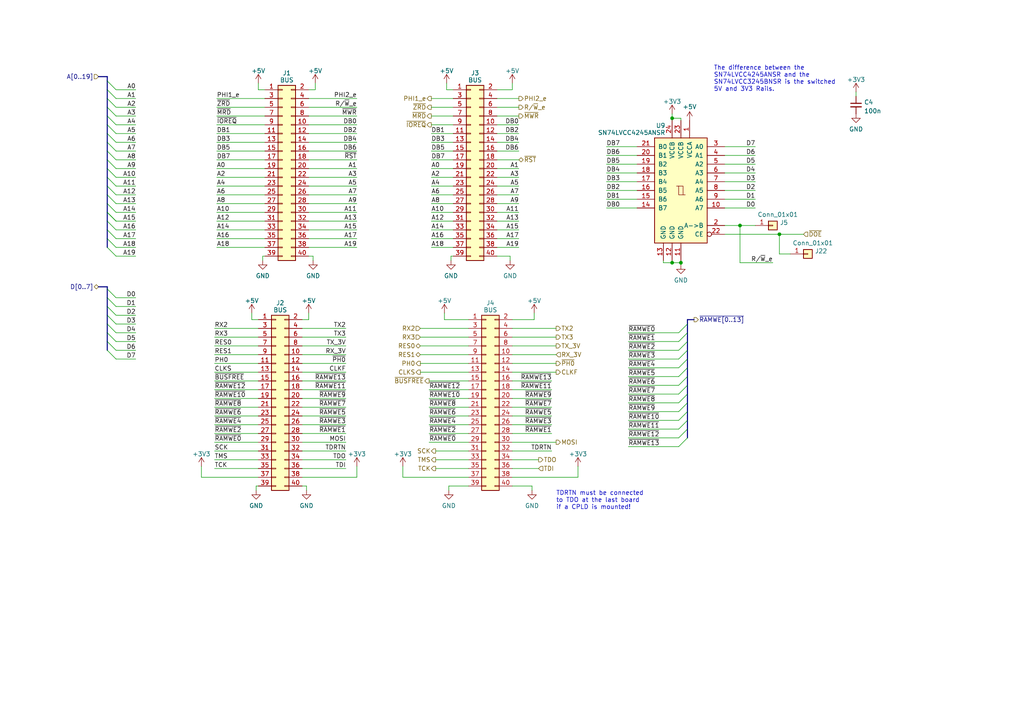
<source format=kicad_sch>
(kicad_sch (version 20230121) (generator eeschema)
  (paper "A4")
  (title_block (title "Unicomp v2 - empty Board") (date "2023-07-06") (rev "v1.1.") (company "100% Offner") (comment 1 "v1: Initial") (comment 2 "v1.1: ~{DOE} is now ~{CS_ACIA} and ~{CS_ACIA2}"))
  (lib_symbols
    (symbol "+5V_1" (power) (pin_names (offset 0))
      (property "Value" "+5V_1" (at 0 3.556 0))
      (symbol "+5V_1_0_1"
        (polyline (pts (xy -0.762 1.27) (xy 0 2.54)))
        (polyline (pts (xy 0 0) (xy 0 2.54)))
        (polyline (pts (xy 0 2.54) (xy 0.762 1.27)))
      )
      (symbol "+5V_1_1_1"
        (pin power_in line (at 0 0 90) (length 0) hide (name "+5V") (number "1"))
      )
    )
    (symbol "Connector_Generic:Conn_01x01" (pin_names (offset 1.016) hide)
      (property "Reference" "J" (at 0 2.54 0))
      (property "Value" "Conn_01x01" (at 0 -2.54 0))
      (symbol "Conn_01x01_1_1"
        (rectangle (start -1.27 0.127) (end 0 -0.127) (stroke (width 0.1524)))
        (rectangle (start -1.27 1.27) (end 1.27 -1.27) (stroke (width 0.254)) (fill (type background)))
        (pin passive line (at -5.08 0 0) (length 3.81) (name "Pin_1") (number "1"))
      )
    )
    (symbol "Connector_Generic:Conn_02x20_Odd_Even" (pin_names (offset 1.016) hide)
      (property "Reference" "J" (at 1.27 25.4 0))
      (property "Value" "Conn_02x20_Odd_Even" (at 1.27 -27.94 0))
      (symbol "Conn_02x20_Odd_Even_1_1"
        (rectangle (start -1.27 -25.273) (end 0 -25.527) (stroke (width 0.1524)))
        (rectangle (start -1.27 -22.733) (end 0 -22.987) (stroke (width 0.1524)))
        (rectangle (start -1.27 -20.193) (end 0 -20.447) (stroke (width 0.1524)))
        (rectangle (start -1.27 -17.653) (end 0 -17.907) (stroke (width 0.1524)))
        (rectangle (start -1.27 -15.113) (end 0 -15.367) (stroke (width 0.1524)))
        (rectangle (start -1.27 -12.573) (end 0 -12.827) (stroke (width 0.1524)))
        (rectangle (start -1.27 -10.033) (end 0 -10.287) (stroke (width 0.1524)))
        (rectangle (start -1.27 -7.493) (end 0 -7.747) (stroke (width 0.1524)))
        (rectangle (start -1.27 -4.953) (end 0 -5.207) (stroke (width 0.1524)))
        (rectangle (start -1.27 -2.413) (end 0 -2.667) (stroke (width 0.1524)))
        (rectangle (start -1.27 0.127) (end 0 -0.127) (stroke (width 0.1524)))
        (rectangle (start -1.27 2.667) (end 0 2.413) (stroke (width 0.1524)))
        (rectangle (start -1.27 5.207) (end 0 4.953) (stroke (width 0.1524)))
        (rectangle (start -1.27 7.747) (end 0 7.493) (stroke (width 0.1524)))
        (rectangle (start -1.27 10.287) (end 0 10.033) (stroke (width 0.1524)))
        (rectangle (start -1.27 12.827) (end 0 12.573) (stroke (width 0.1524)))
        (rectangle (start -1.27 15.367) (end 0 15.113) (stroke (width 0.1524)))
        (rectangle (start -1.27 17.907) (end 0 17.653) (stroke (width 0.1524)))
        (rectangle (start -1.27 20.447) (end 0 20.193) (stroke (width 0.1524)))
        (rectangle (start -1.27 22.987) (end 0 22.733) (stroke (width 0.1524)))
        (rectangle (start -1.27 24.13) (end 3.81 -26.67) (stroke (width 0.254)) (fill (type background)))
        (rectangle (start 3.81 -25.273) (end 2.54 -25.527) (stroke (width 0.1524)))
        (rectangle (start 3.81 -22.733) (end 2.54 -22.987) (stroke (width 0.1524)))
        (rectangle (start 3.81 -20.193) (end 2.54 -20.447) (stroke (width 0.1524)))
        (rectangle (start 3.81 -17.653) (end 2.54 -17.907) (stroke (width 0.1524)))
        (rectangle (start 3.81 -15.113) (end 2.54 -15.367) (stroke (width 0.1524)))
        (rectangle (start 3.81 -12.573) (end 2.54 -12.827) (stroke (width 0.1524)))
        (rectangle (start 3.81 -10.033) (end 2.54 -10.287) (stroke (width 0.1524)))
        (rectangle (start 3.81 -7.493) (end 2.54 -7.747) (stroke (width 0.1524)))
        (rectangle (start 3.81 -4.953) (end 2.54 -5.207) (stroke (width 0.1524)))
        (rectangle (start 3.81 -2.413) (end 2.54 -2.667) (stroke (width 0.1524)))
        (rectangle (start 3.81 0.127) (end 2.54 -0.127) (stroke (width 0.1524)))
        (rectangle (start 3.81 2.667) (end 2.54 2.413) (stroke (width 0.1524)))
        (rectangle (start 3.81 5.207) (end 2.54 4.953) (stroke (width 0.1524)))
        (rectangle (start 3.81 7.747) (end 2.54 7.493) (stroke (width 0.1524)))
        (rectangle (start 3.81 10.287) (end 2.54 10.033) (stroke (width 0.1524)))
        (rectangle (start 3.81 12.827) (end 2.54 12.573) (stroke (width 0.1524)))
        (rectangle (start 3.81 15.367) (end 2.54 15.113) (stroke (width 0.1524)))
        (rectangle (start 3.81 17.907) (end 2.54 17.653) (stroke (width 0.1524)))
        (rectangle (start 3.81 20.447) (end 2.54 20.193) (stroke (width 0.1524)))
        (rectangle (start 3.81 22.987) (end 2.54 22.733) (stroke (width 0.1524)))
        (pin passive line (at -5.08 22.86 0) (length 3.81) (name "Pin_1") (number "1"))
        (pin passive line (at 7.62 12.7 180) (length 3.81) (name "Pin_10") (number "10"))
        (pin passive line (at -5.08 10.16 0) (length 3.81) (name "Pin_11") (number "11"))
        (pin passive line (at 7.62 10.16 180) (length 3.81) (name "Pin_12") (number "12"))
        (pin passive line (at -5.08 7.62 0) (length 3.81) (name "Pin_13") (number "13"))
        (pin passive line (at 7.62 7.62 180) (length 3.81) (name "Pin_14") (number "14"))
        (pin passive line (at -5.08 5.08 0) (length 3.81) (name "Pin_15") (number "15"))
        (pin passive line (at 7.62 5.08 180) (length 3.81) (name "Pin_16") (number "16"))
        (pin passive line (at -5.08 2.54 0) (length 3.81) (name "Pin_17") (number "17"))
        (pin passive line (at 7.62 2.54 180) (length 3.81) (name "Pin_18") (number "18"))
        (pin passive line (at -5.08 0 0) (length 3.81) (name "Pin_19") (number "19"))
        (pin passive line (at 7.62 22.86 180) (length 3.81) (name "Pin_2") (number "2"))
        (pin passive line (at 7.62 0 180) (length 3.81) (name "Pin_20") (number "20"))
        (pin passive line (at -5.08 -2.54 0) (length 3.81) (name "Pin_21") (number "21"))
        (pin passive line (at 7.62 -2.54 180) (length 3.81) (name "Pin_22") (number "22"))
        (pin passive line (at -5.08 -5.08 0) (length 3.81) (name "Pin_23") (number "23"))
        (pin passive line (at 7.62 -5.08 180) (length 3.81) (name "Pin_24") (number "24"))
        (pin passive line (at -5.08 -7.62 0) (length 3.81) (name "Pin_25") (number "25"))
        (pin passive line (at 7.62 -7.62 180) (length 3.81) (name "Pin_26") (number "26"))
        (pin passive line (at -5.08 -10.16 0) (length 3.81) (name "Pin_27") (number "27"))
        (pin passive line (at 7.62 -10.16 180) (length 3.81) (name "Pin_28") (number "28"))
        (pin passive line (at -5.08 -12.7 0) (length 3.81) (name "Pin_29") (number "29"))
        (pin passive line (at -5.08 20.32 0) (length 3.81) (name "Pin_3") (number "3"))
        (pin passive line (at 7.62 -12.7 180) (length 3.81) (name "Pin_30") (number "30"))
        (pin passive line (at -5.08 -15.24 0) (length 3.81) (name "Pin_31") (number "31"))
        (pin passive line (at 7.62 -15.24 180) (length 3.81) (name "Pin_32") (number "32"))
        (pin passive line (at -5.08 -17.78 0) (length 3.81) (name "Pin_33") (number "33"))
        (pin passive line (at 7.62 -17.78 180) (length 3.81) (name "Pin_34") (number "34"))
        (pin passive line (at -5.08 -20.32 0) (length 3.81) (name "Pin_35") (number "35"))
        (pin passive line (at 7.62 -20.32 180) (length 3.81) (name "Pin_36") (number "36"))
        (pin passive line (at -5.08 -22.86 0) (length 3.81) (name "Pin_37") (number "37"))
        (pin passive line (at 7.62 -22.86 180) (length 3.81) (name "Pin_38") (number "38"))
        (pin passive line (at -5.08 -25.4 0) (length 3.81) (name "Pin_39") (number "39"))
        (pin passive line (at 7.62 20.32 180) (length 3.81) (name "Pin_4") (number "4"))
        (pin passive line (at 7.62 -25.4 180) (length 3.81) (name "Pin_40") (number "40"))
        (pin passive line (at -5.08 17.78 0) (length 3.81) (name "Pin_5") (number "5"))
        (pin passive line (at 7.62 17.78 180) (length 3.81) (name "Pin_6") (number "6"))
        (pin passive line (at -5.08 15.24 0) (length 3.81) (name "Pin_7") (number "7"))
        (pin passive line (at 7.62 15.24 180) (length 3.81) (name "Pin_8") (number "8"))
        (pin passive line (at -5.08 12.7 0) (length 3.81) (name "Pin_9") (number "9"))
      )
    )
    (symbol "Device:C_Small" (pin_numbers hide) (pin_names (offset 0.254) hide)
      (property "Reference" "C" (at 0.254 1.778 0))
      (property "Value" "C_Small" (at 0.254 -2.032 0))
      (symbol "C_Small_0_1"
        (polyline (pts (xy -1.524 -0.508) (xy 1.524 -0.508)) (stroke (width 0.3302)))
        (polyline (pts (xy -1.524 0.508) (xy 1.524 0.508)) (stroke (width 0.3048)))
      )
      (symbol "C_Small_1_1"
        (pin passive line (at 0 2.54 270) (length 2.032) (name "~") (number "1"))
        (pin passive line (at 0 -2.54 90) (length 2.032) (name "~") (number "2"))
      )
    )
    (symbol "my_ics_new:74LVC4245" (pin_names (offset 1.016))
      (property "Reference" "U" (at -7.62 19.05 0))
      (property "Value" "74LVC4245" (at -10.16 16.51 0))
      (symbol "74LVC4245_1_0"
        (polyline (pts (xy -0.635 -1.27) (xy -0.635 1.27) (xy 0.635 1.27)))
        (polyline (pts (xy -1.27 -1.27) (xy 0.635 -1.27) (xy 0.635 1.27) (xy 1.27 1.27)))
        (pin power_in line (at -2.54 20.32 270) (length 5.08) (name "VCCA") (number "1"))
        (pin tri_state line (at -12.7 -5.08 0) (length 5.08) (name "A7") (number "10"))
        (pin power_in line (at 0 -20.32 90) (length 5.08) (name "GND") (number "11"))
        (pin power_in line (at 2.54 -20.32 90) (length 5.08) (name "GND") (number "12"))
        (pin power_in line (at 5.08 -20.32 90) (length 5.08) (name "GND") (number "13"))
        (pin tri_state line (at 12.7 -5.08 180) (length 5.08) (name "B7") (number "14"))
        (pin tri_state line (at 12.7 -2.54 180) (length 5.08) (name "B6") (number "15"))
        (pin tri_state line (at 12.7 0 180) (length 5.08) (name "B5") (number "16"))
        (pin tri_state line (at 12.7 2.54 180) (length 5.08) (name "B4") (number "17"))
        (pin tri_state line (at 12.7 5.08 180) (length 5.08) (name "B3") (number "18"))
        (pin tri_state line (at 12.7 7.62 180) (length 5.08) (name "B2") (number "19"))
        (pin input line (at -12.7 -10.16 0) (length 5.08) (name "A->B") (number "2"))
        (pin tri_state line (at 12.7 10.16 180) (length 5.08) (name "B1") (number "20"))
        (pin tri_state line (at 12.7 12.7 180) (length 5.08) (name "B0") (number "21"))
        (pin input inverted (at -12.7 -12.7 0) (length 5.08) (name "CE") (number "22"))
        (pin power_in line (at 0 20.32 270) (length 5.08) (name "VCCB") (number "23"))
        (pin power_in line (at 2.54 20.32 270) (length 5.08) (name "VCCB") (number "24"))
        (pin tri_state line (at -12.7 12.7 0) (length 5.08) (name "A0") (number "3"))
        (pin tri_state line (at -12.7 10.16 0) (length 5.08) (name "A1") (number "4"))
        (pin tri_state line (at -12.7 7.62 0) (length 5.08) (name "A2") (number "5"))
        (pin tri_state line (at -12.7 5.08 0) (length 5.08) (name "A3") (number "6"))
        (pin tri_state line (at -12.7 2.54 0) (length 5.08) (name "A4") (number "7"))
        (pin tri_state line (at -12.7 0 0) (length 5.08) (name "A5") (number "8"))
        (pin tri_state line (at -12.7 -2.54 0) (length 5.08) (name "A6") (number "9"))
      )
      (symbol "74LVC4245_1_1"
        (rectangle (start -7.62 15.24) (end 7.62 -15.24) (stroke (width 0.254)) (fill (type background)))
      )
    )
    (symbol "power:+3V3" (power) (pin_names (offset 0))
      (property "Value" "+3V3" (at 0 3.556 0))
      (symbol "+3V3_0_1"
        (polyline (pts (xy -0.762 1.27) (xy 0 2.54)))
        (polyline (pts (xy 0 0) (xy 0 2.54)))
        (polyline (pts (xy 0 2.54) (xy 0.762 1.27)))
      )
      (symbol "+3V3_1_1"
        (pin power_in line (at 0 0 90) (length 0) hide (name "+3V3") (number "1"))
      )
    )
    (symbol "power:+5V" (power) (pin_names (offset 0))
      (property "Value" "+5V" (at 0 3.556 0))
      (symbol "+5V_0_1"
        (polyline (pts (xy -0.762 1.27) (xy 0 2.54)))
        (polyline (pts (xy 0 0) (xy 0 2.54)))
        (polyline (pts (xy 0 2.54) (xy 0.762 1.27)))
      )
      (symbol "+5V_1_1"
        (pin power_in line (at 0 0 90) (length 0) hide (name "+5V") (number "1"))
      )
    )
    (symbol "power:GND" (power) (pin_names (offset 0))
      (property "Value" "GND" (at 0 -3.81 0))
      (symbol "GND_0_1"
        (polyline (pts (xy 0 0) (xy 0 -1.27) (xy 1.27 -1.27) (xy 0 -2.54) (xy -1.27 -1.27) (xy 0 -1.27)))
      )
      (symbol "GND_1_1"
        (pin power_in line (at 0 0 270) (length 0) hide (name "GND") (number "1"))
      )
    )
  )
  (junction (at 194.945 34.29))
  (junction (at 197.485 76.2))
  (junction (at 194.945 76.2))
  (junction (at 214.63 65.405))
  (junction (at 226.06 67.945))
  (bus_entry (at 199.39 114.3) (size -2.54 2.54))
  (bus_entry (at 31.115 56.515) (size 2.54 2.54))
  (bus_entry (at 31.115 48.895) (size 2.54 2.54))
  (bus_entry (at 31.115 33.655) (size 2.54 2.54))
  (bus_entry (at 199.39 106.68) (size -2.54 2.54))
  (bus_entry (at 199.39 104.14) (size -2.54 2.54))
  (bus_entry (at 199.39 99.06) (size -2.54 2.54))
  (bus_entry (at 31.115 61.595) (size 2.54 2.54))
  (bus_entry (at 31.115 71.755) (size 2.54 2.54))
  (bus_entry (at 31.115 91.44) (size 2.54 2.54))
  (bus_entry (at 31.115 83.82) (size 2.54 2.54))
  (bus_entry (at 31.115 99.06) (size 2.54 2.54))
  (bus_entry (at 199.39 127) (size -2.54 2.54))
  (bus_entry (at 31.115 36.195) (size 2.54 2.54))
  (bus_entry (at 31.115 23.495) (size 2.54 2.54))
  (bus_entry (at 31.115 66.675) (size 2.54 2.54))
  (bus_entry (at 31.115 53.975) (size 2.54 2.54))
  (bus_entry (at 199.39 101.6) (size -2.54 2.54))
  (bus_entry (at 31.115 43.815) (size 2.54 2.54))
  (bus_entry (at 31.115 86.36) (size 2.54 2.54))
  (bus_entry (at 31.115 41.275) (size 2.54 2.54))
  (bus_entry (at 31.115 46.355) (size 2.54 2.54))
  (bus_entry (at 31.115 38.735) (size 2.54 2.54))
  (bus_entry (at 199.39 93.98) (size -2.54 2.54))
  (bus_entry (at 31.115 31.115) (size 2.54 2.54))
  (bus_entry (at 31.115 28.575) (size 2.54 2.54))
  (bus_entry (at 199.39 116.84) (size -2.54 2.54))
  (bus_entry (at 199.39 111.76) (size -2.54 2.54))
  (bus_entry (at 199.39 109.22) (size -2.54 2.54))
  (bus_entry (at 199.39 119.38) (size -2.54 2.54))
  (bus_entry (at 31.115 96.52) (size 2.54 2.54))
  (bus_entry (at 31.115 26.035) (size 2.54 2.54))
  (bus_entry (at 31.115 88.9) (size 2.54 2.54))
  (bus_entry (at 199.39 96.52) (size -2.54 2.54))
  (bus_entry (at 31.115 51.435) (size 2.54 2.54))
  (bus_entry (at 31.115 61.595) (size 2.54 2.54))
  (bus_entry (at 31.115 69.215) (size 2.54 2.54))
  (bus_entry (at 199.39 124.46) (size -2.54 2.54))
  (bus_entry (at 31.115 59.055) (size 2.54 2.54))
  (bus_entry (at 199.39 121.92) (size -2.54 2.54))
  (bus_entry (at 31.115 93.98) (size 2.54 2.54))
  (bus_entry (at 31.115 64.135) (size 2.54 2.54))
  (bus_entry (at 31.115 101.6) (size 2.54 2.54))
  (wire (pts (xy 182.245 99.06) (xy 196.85 99.06)))
  (wire (pts (xy 76.2 75.565) (xy 76.2 74.295)))
  (bus (pts (xy 199.39 124.46) (xy 199.39 127)))
  (wire (pts (xy 144.145 59.055) (xy 150.495 59.055)))
  (wire (pts (xy 39.37 91.44) (xy 33.655 91.44)))
  (wire (pts (xy 194.945 34.29) (xy 194.945 34.925)))
  (wire (pts (xy 197.485 76.835) (xy 197.485 76.2)))
  (wire (pts (xy 87.63 120.65) (xy 100.33 120.65)))
  (wire (pts (xy 121.92 105.41) (xy 135.89 105.41)))
  (bus (pts (xy 31.115 91.44) (xy 31.115 88.9)))
  (bus (pts (xy 31.115 31.115) (xy 31.115 28.575)))
  (wire (pts (xy 124.46 125.73) (xy 135.89 125.73)))
  (wire (pts (xy 121.92 97.79) (xy 135.89 97.79)))
  (wire (pts (xy 62.865 51.435) (xy 76.835 51.435)))
  (wire (pts (xy 148.59 130.81) (xy 160.02 130.81)))
  (wire (pts (xy 73.025 90.805) (xy 73.025 92.71)))
  (wire (pts (xy 62.23 123.19) (xy 74.93 123.19)))
  (wire (pts (xy 39.37 104.14) (xy 33.655 104.14)))
  (wire (pts (xy 226.06 67.945) (xy 210.185 67.945)))
  (wire (pts (xy 125.095 33.655) (xy 131.445 33.655)))
  (wire (pts (xy 124.46 113.03) (xy 135.89 113.03)))
  (wire (pts (xy 62.865 48.895) (xy 76.835 48.895)))
  (wire (pts (xy 74.295 140.97) (xy 74.93 140.97)))
  (wire (pts (xy 194.945 76.2) (xy 192.405 76.2)))
  (wire (pts (xy 144.145 33.655) (xy 150.495 33.655)))
  (wire (pts (xy 116.84 138.43) (xy 135.89 138.43)))
  (wire (pts (xy 62.23 115.57) (xy 74.93 115.57)))
  (bus (pts (xy 199.39 111.76) (xy 199.39 114.3)))
  (wire (pts (xy 90.805 74.295) (xy 89.535 74.295)))
  (wire (pts (xy 62.865 38.735) (xy 76.835 38.735)))
  (wire (pts (xy 219.075 47.625) (xy 210.185 47.625)))
  (wire (pts (xy 182.245 109.22) (xy 196.85 109.22)))
  (wire (pts (xy 87.63 105.41) (xy 100.33 105.41)))
  (wire (pts (xy 124.46 118.11) (xy 135.89 118.11)))
  (bus (pts (xy 199.39 121.92) (xy 199.39 124.46)))
  (wire (pts (xy 148.59 105.41) (xy 161.29 105.41)))
  (wire (pts (xy 39.37 69.215) (xy 33.655 69.215)))
  (wire (pts (xy 125.095 43.815) (xy 131.445 43.815)))
  (wire (pts (xy 89.535 56.515) (xy 103.505 56.515)))
  (wire (pts (xy 130.175 142.24) (xy 130.175 140.97)))
  (wire (pts (xy 124.46 123.19) (xy 135.89 123.19)))
  (wire (pts (xy 126.365 130.81) (xy 135.89 130.81)))
  (wire (pts (xy 62.865 43.815) (xy 76.835 43.815)))
  (wire (pts (xy 144.145 48.895) (xy 150.495 48.895)))
  (wire (pts (xy 233.045 67.945) (xy 226.06 67.945)))
  (wire (pts (xy 144.145 31.115) (xy 150.495 31.115)))
  (wire (pts (xy 130.81 74.295) (xy 131.445 74.295)))
  (wire (pts (xy 124.46 110.49) (xy 135.89 110.49)))
  (wire (pts (xy 182.245 106.68) (xy 196.85 106.68)))
  (wire (pts (xy 125.095 71.755) (xy 131.445 71.755)))
  (wire (pts (xy 182.245 129.54) (xy 196.85 129.54)))
  (wire (pts (xy 148.59 125.73) (xy 160.02 125.73)))
  (wire (pts (xy 182.245 111.76) (xy 196.85 111.76)))
  (wire (pts (xy 87.63 128.27) (xy 100.33 128.27)))
  (wire (pts (xy 148.59 95.25) (xy 161.29 95.25)))
  (wire (pts (xy 144.145 28.575) (xy 150.495 28.575)))
  (bus (pts (xy 31.115 99.06) (xy 31.115 96.52)))
  (wire (pts (xy 89.535 48.895) (xy 103.505 48.895)))
  (wire (pts (xy 182.245 114.3) (xy 196.85 114.3)))
  (wire (pts (xy 147.955 74.295) (xy 144.145 74.295)))
  (bus (pts (xy 31.115 88.9) (xy 31.115 86.36)))
  (wire (pts (xy 125.095 69.215) (xy 131.445 69.215)))
  (wire (pts (xy 125.095 36.195) (xy 131.445 36.195)))
  (bus (pts (xy 199.39 104.14) (xy 199.39 106.68)))
  (wire (pts (xy 148.59 118.11) (xy 160.02 118.11)))
  (wire (pts (xy 39.37 36.195) (xy 33.655 36.195)))
  (wire (pts (xy 125.095 51.435) (xy 131.445 51.435)))
  (wire (pts (xy 197.485 76.2) (xy 197.485 75.565)))
  (wire (pts (xy 154.305 142.24) (xy 154.305 140.97)))
  (wire (pts (xy 39.37 56.515) (xy 33.655 56.515)))
  (wire (pts (xy 62.865 46.355) (xy 76.835 46.355)))
  (wire (pts (xy 182.245 124.46) (xy 196.85 124.46)))
  (bus (pts (xy 31.115 64.135) (xy 31.115 61.595)))
  (wire (pts (xy 39.37 61.595) (xy 33.655 61.595)))
  (wire (pts (xy 89.535 71.755) (xy 103.505 71.755)))
  (wire (pts (xy 89.535 92.71) (xy 87.63 92.71)))
  (wire (pts (xy 39.37 51.435) (xy 33.655 51.435)))
  (wire (pts (xy 144.145 61.595) (xy 150.495 61.595)))
  (wire (pts (xy 39.37 48.895) (xy 33.655 48.895)))
  (bus (pts (xy 31.115 43.815) (xy 31.115 41.275)))
  (wire (pts (xy 87.63 110.49) (xy 100.33 110.49)))
  (wire (pts (xy 144.145 69.215) (xy 150.495 69.215)))
  (wire (pts (xy 147.955 75.565) (xy 147.955 74.295)))
  (bus (pts (xy 31.115 86.36) (xy 31.115 83.82)))
  (wire (pts (xy 39.37 88.9) (xy 33.655 88.9)))
  (wire (pts (xy 87.63 102.87) (xy 100.33 102.87)))
  (wire (pts (xy 219.075 45.085) (xy 210.185 45.085)))
  (wire (pts (xy 128.905 90.805) (xy 128.905 92.71)))
  (wire (pts (xy 184.785 45.085) (xy 175.895 45.085)))
  (bus (pts (xy 31.115 69.215) (xy 31.115 66.675)))
  (wire (pts (xy 39.37 46.355) (xy 33.655 46.355)))
  (wire (pts (xy 39.37 96.52) (xy 33.655 96.52)))
  (wire (pts (xy 39.37 38.735) (xy 33.655 38.735)))
  (wire (pts (xy 148.59 97.79) (xy 161.29 97.79)))
  (wire (pts (xy 39.37 33.655) (xy 33.655 33.655)))
  (wire (pts (xy 148.59 135.89) (xy 156.21 135.89)))
  (bus (pts (xy 199.39 119.38) (xy 199.39 121.92)))
  (wire (pts (xy 219.075 57.785) (xy 210.185 57.785)))
  (wire (pts (xy 197.485 34.29) (xy 194.945 34.29)))
  (wire (pts (xy 62.23 95.25) (xy 74.93 95.25)))
  (wire (pts (xy 121.92 100.33) (xy 135.89 100.33)))
  (bus (pts (xy 31.115 38.735) (xy 31.115 36.195)))
  (wire (pts (xy 91.44 26.035) (xy 89.535 26.035)))
  (wire (pts (xy 87.63 135.89) (xy 100.33 135.89)))
  (wire (pts (xy 148.59 113.03) (xy 160.02 113.03)))
  (wire (pts (xy 62.23 135.89) (xy 74.93 135.89)))
  (wire (pts (xy 184.785 57.785) (xy 175.895 57.785)))
  (bus (pts (xy 199.39 114.3) (xy 199.39 116.84)))
  (wire (pts (xy 125.095 28.575) (xy 131.445 28.575)))
  (bus (pts (xy 31.115 93.98) (xy 31.115 91.44)))
  (wire (pts (xy 39.37 43.815) (xy 33.655 43.815)))
  (wire (pts (xy 88.9 140.97) (xy 87.63 140.97)))
  (wire (pts (xy 125.095 48.895) (xy 131.445 48.895)))
  (wire (pts (xy 226.06 73.66) (xy 226.06 67.945)))
  (wire (pts (xy 144.145 41.275) (xy 150.495 41.275)))
  (wire (pts (xy 144.145 51.435) (xy 150.495 51.435)))
  (wire (pts (xy 126.365 133.35) (xy 135.89 133.35)))
  (wire (pts (xy 125.095 66.675) (xy 131.445 66.675)))
  (wire (pts (xy 62.865 66.675) (xy 76.835 66.675)))
  (wire (pts (xy 144.145 64.135) (xy 150.495 64.135)))
  (wire (pts (xy 90.805 75.565) (xy 90.805 74.295)))
  (wire (pts (xy 87.63 123.19) (xy 100.33 123.19)))
  (wire (pts (xy 124.46 115.57) (xy 135.89 115.57)))
  (bus (pts (xy 31.115 51.435) (xy 31.115 48.895)))
  (wire (pts (xy 148.59 133.35) (xy 156.21 133.35)))
  (wire (pts (xy 62.23 125.73) (xy 74.93 125.73)))
  (wire (pts (xy 125.095 41.275) (xy 131.445 41.275)))
  (bus (pts (xy 31.115 53.975) (xy 31.115 51.435)))
  (wire (pts (xy 125.095 59.055) (xy 131.445 59.055)))
  (wire (pts (xy 39.37 64.135) (xy 33.655 64.135)))
  (bus (pts (xy 199.39 93.98) (xy 199.39 96.52)))
  (wire (pts (xy 182.245 116.84) (xy 196.85 116.84)))
  (bus (pts (xy 31.115 71.755) (xy 31.115 69.215)))
  (wire (pts (xy 89.535 61.595) (xy 103.505 61.595)))
  (wire (pts (xy 167.64 135.255) (xy 167.64 138.43)))
  (bus (pts (xy 31.115 48.895) (xy 31.115 46.355)))
  (wire (pts (xy 62.865 59.055) (xy 76.835 59.055)))
  (wire (pts (xy 39.37 99.06) (xy 33.655 99.06)))
  (wire (pts (xy 125.095 56.515) (xy 131.445 56.515)))
  (bus (pts (xy 31.115 28.575) (xy 31.115 26.035)))
  (wire (pts (xy 148.59 123.19) (xy 160.02 123.19)))
  (wire (pts (xy 121.92 107.95) (xy 135.89 107.95)))
  (wire (pts (xy 148.59 26.035) (xy 144.145 26.035)))
  (wire (pts (xy 62.23 97.79) (xy 74.93 97.79)))
  (wire (pts (xy 39.37 86.36) (xy 33.655 86.36)))
  (bus (pts (xy 31.115 83.185) (xy 28.575 83.185)))
  (wire (pts (xy 148.59 107.95) (xy 161.29 107.95)))
  (wire (pts (xy 62.865 64.135) (xy 76.835 64.135)))
  (wire (pts (xy 62.23 130.81) (xy 74.93 130.81)))
  (wire (pts (xy 89.535 51.435) (xy 103.505 51.435)))
  (wire (pts (xy 62.865 41.275) (xy 76.835 41.275)))
  (wire (pts (xy 219.075 42.545) (xy 210.185 42.545)))
  (wire (pts (xy 73.025 92.71) (xy 74.93 92.71)))
  (wire (pts (xy 89.535 59.055) (xy 103.505 59.055)))
  (wire (pts (xy 197.485 76.2) (xy 194.945 76.2)))
  (wire (pts (xy 89.535 46.355) (xy 103.505 46.355)))
  (wire (pts (xy 128.905 92.71) (xy 135.89 92.71)))
  (wire (pts (xy 148.59 100.33) (xy 161.29 100.33)))
  (bus (pts (xy 199.39 99.06) (xy 199.39 101.6)))
  (wire (pts (xy 129.54 24.13) (xy 129.54 26.035)))
  (bus (pts (xy 201.295 92.71) (xy 199.39 92.71)))
  (wire (pts (xy 39.37 74.295) (xy 33.655 74.295)))
  (wire (pts (xy 89.535 38.735) (xy 103.505 38.735)))
  (wire (pts (xy 184.785 60.325) (xy 175.895 60.325)))
  (wire (pts (xy 124.46 128.27) (xy 135.89 128.27)))
  (wire (pts (xy 89.535 41.275) (xy 103.505 41.275)))
  (wire (pts (xy 62.23 133.35) (xy 74.93 133.35)))
  (wire (pts (xy 62.23 128.27) (xy 74.93 128.27)))
  (wire (pts (xy 182.245 119.38) (xy 196.85 119.38)))
  (wire (pts (xy 58.42 138.43) (xy 74.93 138.43)))
  (wire (pts (xy 184.785 55.245) (xy 175.895 55.245)))
  (wire (pts (xy 182.245 101.6) (xy 196.85 101.6)))
  (wire (pts (xy 62.23 110.49) (xy 74.93 110.49)))
  (wire (pts (xy 219.075 65.405) (xy 214.63 65.405)))
  (bus (pts (xy 31.115 56.515) (xy 31.115 53.975)))
  (wire (pts (xy 192.405 76.2) (xy 192.405 75.565)))
  (wire (pts (xy 39.37 31.115) (xy 33.655 31.115)))
  (bus (pts (xy 199.39 109.22) (xy 199.39 111.76)))
  (wire (pts (xy 184.785 50.165) (xy 175.895 50.165)))
  (wire (pts (xy 148.59 120.65) (xy 160.02 120.65)))
  (wire (pts (xy 125.095 38.735) (xy 131.445 38.735)))
  (wire (pts (xy 74.93 26.035) (xy 76.835 26.035)))
  (wire (pts (xy 74.295 142.24) (xy 74.295 140.97)))
  (wire (pts (xy 124.46 120.65) (xy 135.89 120.65)))
  (wire (pts (xy 214.63 65.405) (xy 210.185 65.405)))
  (wire (pts (xy 89.535 36.195) (xy 103.505 36.195)))
  (bus (pts (xy 31.115 46.355) (xy 31.115 43.815)))
  (wire (pts (xy 89.535 31.115) (xy 103.505 31.115)))
  (bus (pts (xy 199.39 101.6) (xy 199.39 104.14)))
  (wire (pts (xy 184.785 52.705) (xy 175.895 52.705)))
  (wire (pts (xy 87.63 130.81) (xy 100.33 130.81)))
  (wire (pts (xy 144.145 38.735) (xy 150.495 38.735)))
  (wire (pts (xy 184.785 47.625) (xy 175.895 47.625)))
  (wire (pts (xy 144.145 66.675) (xy 150.495 66.675)))
  (wire (pts (xy 89.535 90.805) (xy 89.535 92.71)))
  (wire (pts (xy 214.63 76.2) (xy 214.63 65.405)))
  (wire (pts (xy 130.175 140.97) (xy 135.89 140.97)))
  (wire (pts (xy 182.245 121.92) (xy 196.85 121.92)))
  (wire (pts (xy 219.075 60.325) (xy 210.185 60.325)))
  (wire (pts (xy 148.59 138.43) (xy 167.64 138.43)))
  (wire (pts (xy 148.59 115.57) (xy 160.02 115.57)))
  (wire (pts (xy 144.145 56.515) (xy 150.495 56.515)))
  (wire (pts (xy 87.63 138.43) (xy 103.505 138.43)))
  (wire (pts (xy 62.865 71.755) (xy 76.835 71.755)))
  (bus (pts (xy 199.39 92.71) (xy 199.39 93.98)))
  (wire (pts (xy 197.485 34.925) (xy 197.485 34.29)))
  (wire (pts (xy 76.2 74.295) (xy 76.835 74.295)))
  (wire (pts (xy 87.63 115.57) (xy 100.33 115.57)))
  (wire (pts (xy 62.23 105.41) (xy 74.93 105.41)))
  (wire (pts (xy 194.945 33.02) (xy 194.945 34.29)))
  (wire (pts (xy 182.245 104.14) (xy 196.85 104.14)))
  (wire (pts (xy 62.865 56.515) (xy 76.835 56.515)))
  (wire (pts (xy 229.235 73.66) (xy 226.06 73.66)))
  (wire (pts (xy 88.9 142.24) (xy 88.9 140.97)))
  (wire (pts (xy 62.23 102.87) (xy 74.93 102.87)))
  (wire (pts (xy 148.59 110.49) (xy 160.02 110.49)))
  (wire (pts (xy 148.59 102.87) (xy 161.29 102.87)))
  (wire (pts (xy 154.94 90.805) (xy 154.94 92.71)))
  (wire (pts (xy 62.23 118.11) (xy 74.93 118.11)))
  (wire (pts (xy 39.37 59.055) (xy 33.655 59.055)))
  (wire (pts (xy 219.075 52.705) (xy 210.185 52.705)))
  (bus (pts (xy 199.39 116.84) (xy 199.39 119.38)))
  (wire (pts (xy 184.785 42.545) (xy 175.895 42.545)))
  (wire (pts (xy 91.44 24.13) (xy 91.44 26.035)))
  (wire (pts (xy 87.63 118.11) (xy 100.33 118.11)))
  (wire (pts (xy 144.145 43.815) (xy 150.495 43.815)))
  (wire (pts (xy 89.535 33.655) (xy 103.505 33.655)))
  (wire (pts (xy 144.145 71.755) (xy 150.495 71.755)))
  (wire (pts (xy 62.23 100.33) (xy 74.93 100.33)))
  (wire (pts (xy 121.92 102.87) (xy 135.89 102.87)))
  (wire (pts (xy 39.37 93.98) (xy 33.655 93.98)))
  (wire (pts (xy 62.865 36.195) (xy 76.835 36.195)))
  (wire (pts (xy 103.505 135.255) (xy 103.505 138.43)))
  (wire (pts (xy 39.37 101.6) (xy 33.655 101.6)))
  (bus (pts (xy 31.115 36.195) (xy 31.115 33.655)))
  (wire (pts (xy 87.63 100.33) (xy 100.33 100.33)))
  (wire (pts (xy 144.145 53.975) (xy 150.495 53.975)))
  (wire (pts (xy 182.245 127) (xy 196.85 127)))
  (wire (pts (xy 39.37 41.275) (xy 33.655 41.275)))
  (wire (pts (xy 39.37 28.575) (xy 33.655 28.575)))
  (wire (pts (xy 87.63 107.95) (xy 100.33 107.95)))
  (wire (pts (xy 87.63 95.25) (xy 100.33 95.25)))
  (wire (pts (xy 62.23 120.65) (xy 74.93 120.65)))
  (wire (pts (xy 89.535 66.675) (xy 103.505 66.675)))
  (wire (pts (xy 219.075 55.245) (xy 210.185 55.245)))
  (wire (pts (xy 129.54 26.035) (xy 131.445 26.035)))
  (wire (pts (xy 121.92 95.25) (xy 135.89 95.25)))
  (wire (pts (xy 125.095 53.975) (xy 131.445 53.975)))
  (wire (pts (xy 126.365 135.89) (xy 135.89 135.89)))
  (wire (pts (xy 74.93 24.13) (xy 74.93 26.035)))
  (bus (pts (xy 31.115 59.055) (xy 31.115 56.515)))
  (wire (pts (xy 125.095 64.135) (xy 131.445 64.135)))
  (wire (pts (xy 62.865 69.215) (xy 76.835 69.215)))
  (wire (pts (xy 87.63 125.73) (xy 100.33 125.73)))
  (wire (pts (xy 224.155 76.2) (xy 214.63 76.2)))
  (bus (pts (xy 31.115 41.275) (xy 31.115 38.735)))
  (wire (pts (xy 194.945 76.2) (xy 194.945 75.565)))
  (bus (pts (xy 31.115 26.035) (xy 31.115 23.495)))
  (bus (pts (xy 199.39 96.52) (xy 199.39 99.06)))
  (wire (pts (xy 154.305 140.97) (xy 148.59 140.97)))
  (bus (pts (xy 31.115 61.595) (xy 31.115 59.055)))
  (wire (pts (xy 39.37 71.755) (xy 33.655 71.755)))
  (wire (pts (xy 62.865 28.575) (xy 76.835 28.575)))
  (wire (pts (xy 39.37 66.675) (xy 33.655 66.675)))
  (bus (pts (xy 31.115 23.495) (xy 31.115 22.225)))
  (wire (pts (xy 58.42 135.255) (xy 58.42 138.43)))
  (wire (pts (xy 62.23 107.95) (xy 74.93 107.95)))
  (wire (pts (xy 182.245 96.52) (xy 196.85 96.52)))
  (wire (pts (xy 62.865 53.975) (xy 76.835 53.975)))
  (wire (pts (xy 62.865 33.655) (xy 76.835 33.655)))
  (bus (pts (xy 31.115 96.52) (xy 31.115 93.98)))
  (wire (pts (xy 62.865 31.115) (xy 76.835 31.115)))
  (wire (pts (xy 248.285 26.67) (xy 248.285 27.94)))
  (wire (pts (xy 39.37 26.035) (xy 33.655 26.035)))
  (bus (pts (xy 31.115 83.82) (xy 31.115 83.185)))
  (wire (pts (xy 125.095 31.115) (xy 131.445 31.115)))
  (wire (pts (xy 89.535 53.975) (xy 103.505 53.975)))
  (wire (pts (xy 125.095 61.595) (xy 131.445 61.595)))
  (wire (pts (xy 144.145 36.195) (xy 150.495 36.195)))
  (bus (pts (xy 31.115 101.6) (xy 31.115 99.06)))
  (wire (pts (xy 89.535 64.135) (xy 103.505 64.135)))
  (wire (pts (xy 154.94 92.71) (xy 148.59 92.71)))
  (wire (pts (xy 87.63 133.35) (xy 100.33 133.35)))
  (wire (pts (xy 130.81 75.565) (xy 130.81 74.295)))
  (wire (pts (xy 148.59 128.27) (xy 161.29 128.27)))
  (bus (pts (xy 31.115 66.675) (xy 31.115 64.135)))
  (wire (pts (xy 62.23 113.03) (xy 74.93 113.03)))
  (wire (pts (xy 148.59 24.13) (xy 148.59 26.035)))
  (wire (pts (xy 89.535 28.575) (xy 103.505 28.575)))
  (wire (pts (xy 219.075 50.165) (xy 210.185 50.165)))
  (wire (pts (xy 87.63 97.79) (xy 100.33 97.79)))
  (wire (pts (xy 144.145 46.355) (xy 150.495 46.355)))
  (bus (pts (xy 31.115 22.225) (xy 28.575 22.225)))
  (wire (pts (xy 87.63 113.03) (xy 100.33 113.03)))
  (wire (pts (xy 116.84 135.255) (xy 116.84 138.43)))
  (wire (pts (xy 89.535 69.215) (xy 103.505 69.215)))
  (wire (pts (xy 62.865 61.595) (xy 76.835 61.595)))
  (bus (pts (xy 199.39 106.68) (xy 199.39 109.22)))
  (wire (pts (xy 39.37 53.975) (xy 33.655 53.975)))
  (wire (pts (xy 125.095 46.355) (xy 131.445 46.355)))
  (wire (pts (xy 89.535 43.815) (xy 103.505 43.815)))
  (bus (pts (xy 31.115 33.655) (xy 31.115 31.115)))
  (text "TDRTN must be connected \nto TDO at the last board\nif a CPLD is mounted!" (at 161.29 147.955 0) (effects (font (size 1.27 1.27)) (justify left bottom)))
  (text "The difference between the \nSN74LVCC4245ANSR and the\nSN74LVCC3245BNSR is the switched\n5V and 3V3 Rails." (at 207.01 26.67 0) (effects (font (size 1.27 1.27)) (justify left bottom)))
  (label "~{RAMWE5}" (at 160.02 120.65 180))
  (label "DB0" (at 175.895 60.325 0))
  (label "TDRTN" (at 160.02 130.81 180))
  (label "D0" (at 219.075 60.325 180))
  (label "DB7" (at 62.865 46.355 0))
  (label "DB5" (at 125.095 43.815 0))
  (label "DB4" (at 175.895 50.165 0))
  (label "~{BUSFREE}" (at 62.23 110.49 0))
  (label "A0" (at 39.37 26.035 180))
  (label "~{RAMWE10}" (at 182.245 121.92 0))
  (label "A17" (at 39.37 69.215 180))
  (label "A15" (at 150.495 66.675 180))
  (label "~{RAMWE9}" (at 182.245 119.38 0))
  (label "DB4" (at 103.505 41.275 180))
  (label "A16" (at 62.865 69.215 0))
  (label "A2" (at 125.095 51.435 0))
  (label "DB0" (at 103.505 36.195 180))
  (label "D1" (at 219.075 57.785 180))
  (label "A18" (at 125.095 71.755 0))
  (label "RX3" (at 62.23 97.79 0))
  (label "DB5" (at 175.895 47.625 0))
  (label "A1" (at 150.495 48.895 180))
  (label "RES0" (at 62.23 100.33 0))
  (label "~{RAMWE3}" (at 182.245 104.14 0))
  (label "A14" (at 125.095 66.675 0))
  (label "D5" (at 219.075 47.625 180))
  (label "DB1" (at 175.895 57.785 0))
  (label "D2" (at 39.37 91.44 180))
  (label "~{RAMWE1}" (at 160.02 125.73 180))
  (label "~{RAMWE0}" (at 124.46 128.27 0))
  (label "D7" (at 39.37 104.14 180))
  (label "~{RAMWE1}" (at 182.245 99.06 0))
  (label "A5" (at 39.37 38.735 180))
  (label "A15" (at 39.37 64.135 180))
  (label "DB1" (at 125.095 38.735 0))
  (label "A9" (at 39.37 48.895 180))
  (label "~{RAMWE3}" (at 160.02 123.19 180))
  (label "DB4" (at 150.495 41.275 180))
  (label "TX2" (at 100.33 95.25 180))
  (label "RES1" (at 62.23 102.87 0))
  (label "~{RAMWE11}" (at 100.33 113.03 180))
  (label "D5" (at 39.37 99.06 180))
  (label "~{RAMWE11}" (at 160.02 113.03 180))
  (label "~{RAMWE0}" (at 182.245 96.52 0))
  (label "TDO" (at 100.33 133.35 180))
  (label "~{RAMWE13}" (at 160.02 110.49 180))
  (label "A11" (at 39.37 53.975 180))
  (label "PHI1_e" (at 62.865 28.575 0))
  (label "~{RAMWE2}" (at 62.23 125.73 0))
  (label "~{RAMWE7}" (at 100.33 118.11 180))
  (label "A18" (at 62.865 71.755 0))
  (label "DB3" (at 175.895 52.705 0))
  (label "DB7" (at 175.895 42.545 0))
  (label "~{RAMWE4}" (at 182.245 106.68 0))
  (label "A13" (at 150.495 64.135 180))
  (label "A0" (at 62.865 48.895 0))
  (label "~{MWR}" (at 103.505 33.655 180))
  (label "~{RAMWE5}" (at 100.33 120.65 180))
  (label "A15" (at 103.505 66.675 180))
  (label "TDRTN" (at 100.33 130.81 180))
  (label "A10" (at 39.37 51.435 180))
  (label "A5" (at 150.495 53.975 180))
  (label "DB6" (at 175.895 45.085 0))
  (label "TCK" (at 62.23 135.89 0))
  (label "~{RST}" (at 103.505 46.355 180))
  (label "~{RAMWE4}" (at 124.46 123.19 0))
  (label "~{RAMWE6}" (at 182.245 111.76 0))
  (label "~{RAMWE9}" (at 160.02 115.57 180))
  (label "A11" (at 150.495 61.595 180))
  (label "DB3" (at 62.865 41.275 0))
  (label "A19" (at 150.495 71.755 180))
  (label "TX_3V" (at 100.33 100.33 180))
  (label "D0" (at 39.37 86.36 180))
  (label "A7" (at 39.37 43.815 180))
  (label "A4" (at 125.095 53.975 0))
  (label "R{slash}~{W}_e" (at 103.505 31.115 180))
  (label "~{RAMWE8}" (at 182.245 116.84 0))
  (label "~{RAMWE10}" (at 62.23 115.57 0))
  (label "~{PH0}" (at 100.33 105.41 180))
  (label "A10" (at 125.095 61.595 0))
  (label "PHI2_e" (at 103.505 28.575 180))
  (label "~{RAMWE13}" (at 182.245 129.54 0))
  (label "~{RAMWE12}" (at 124.46 113.03 0))
  (label "~{RAMWE6}" (at 124.46 120.65 0))
  (label "A8" (at 125.095 59.055 0))
  (label "~{RAMWE8}" (at 62.23 118.11 0))
  (label "~{RAMWE9}" (at 100.33 115.57 180))
  (label "~{ZRD}" (at 62.865 31.115 0))
  (label "D6" (at 219.075 45.085 180))
  (label "A17" (at 103.505 69.215 180))
  (label "A3" (at 150.495 51.435 180))
  (label "A16" (at 125.095 69.215 0))
  (label "A3" (at 39.37 33.655 180))
  (label "DB6" (at 103.505 43.815 180))
  (label "A9" (at 150.495 59.055 180))
  (label "A11" (at 103.505 61.595 180))
  (label "A13" (at 103.505 64.135 180))
  (label "CLKF" (at 100.33 107.95 180))
  (label "~{RAMWE0}" (at 62.23 128.27 0))
  (label "A12" (at 39.37 56.515 180))
  (label "DB7" (at 125.095 46.355 0))
  (label "D1" (at 39.37 88.9 180))
  (label "~{RAMWE10}" (at 124.46 115.57 0))
  (label "D3" (at 39.37 93.98 180))
  (label "~{IOREQ}" (at 62.865 36.195 0))
  (label "A4" (at 39.37 36.195 180))
  (label "DB3" (at 125.095 41.275 0))
  (label "~{RAMWE13}" (at 100.33 110.49 180))
  (label "A10" (at 62.865 61.595 0))
  (label "DB2" (at 150.495 38.735 180))
  (label "A7" (at 150.495 56.515 180))
  (label "A14" (at 39.37 61.595 180))
  (label "D4" (at 219.075 50.165 180))
  (label "~{RAMWE6}" (at 62.23 120.65 0))
  (label "MOSI" (at 100.33 128.27 180))
  (label "D7" (at 219.075 42.545 180))
  (label "~{RAMWE12}" (at 62.23 113.03 0))
  (label "A2" (at 39.37 31.115 180))
  (label "A6" (at 125.095 56.515 0))
  (label "~{RAMWE2}" (at 124.46 125.73 0))
  (label "DB6" (at 150.495 43.815 180))
  (label "A8" (at 62.865 59.055 0))
  (label "A14" (at 62.865 66.675 0))
  (label "~{RAMWE3}" (at 100.33 123.19 180))
  (label "A9" (at 103.505 59.055 180))
  (label "A7" (at 103.505 56.515 180))
  (label "A13" (at 39.37 59.055 180))
  (label "A5" (at 103.505 53.975 180))
  (label "A3" (at 103.505 51.435 180))
  (label "DB2" (at 175.895 55.245 0))
  (label "A12" (at 125.095 64.135 0))
  (label "DB5" (at 62.865 43.815 0))
  (label "A18" (at 39.37 71.755 180))
  (label "TDI" (at 100.33 135.89 180))
  (label "A19" (at 103.505 71.755 180))
  (label "~{RAMWE2}" (at 182.245 101.6 0))
  (label "~{RAMWE11}" (at 182.245 124.46 0))
  (label "D3" (at 219.075 52.705 180))
  (label "RX2" (at 62.23 95.25 0))
  (label "~{RAMWE5}" (at 182.245 109.22 0))
  (label "TX3" (at 100.33 97.79 180))
  (label "SCK" (at 62.23 130.81 0))
  (label "~{RAMWE12}" (at 182.245 127 0))
  (label "A0" (at 125.095 48.895 0))
  (label "D6" (at 39.37 101.6 180))
  (label "D4" (at 39.37 96.52 180))
  (label "TMS" (at 62.23 133.35 0))
  (label "RX_3V" (at 100.33 102.87 180))
  (label "DB2" (at 103.505 38.735 180))
  (label "~{MRD}" (at 62.865 33.655 0))
  (label "A17" (at 150.495 69.215 180))
  (label "A6" (at 39.37 41.275 180))
  (label "R{slash}~{W}_e" (at 224.155 76.2 180))
  (label "DB0" (at 150.495 36.195 180))
  (label "~{RAMWE7}" (at 160.02 118.11 180))
  (label "PH0" (at 62.23 105.41 0))
  (label "D2" (at 219.075 55.245 180))
  (label "~{RAMWE1}" (at 100.33 125.73 180))
  (label "A6" (at 62.865 56.515 0))
  (label "A1" (at 103.505 48.895 180))
  (label "A2" (at 62.865 51.435 0))
  (label "A19" (at 39.37 74.295 180))
  (label "CLKS" (at 62.23 107.95 0))
  (label "A12" (at 62.865 64.135 0))
  (label "A4" (at 62.865 53.975 0))
  (label "~{RAMWE4}" (at 62.23 123.19 0))
  (label "A16" (at 39.37 66.675 180))
  (label "~{RAMWE7}" (at 182.245 114.3 0))
  (label "~{RAMWE8}" (at 124.46 118.11 0))
  (label "A8" (at 39.37 46.355 180))
  (label "A1" (at 39.37 28.575 180))
  (label "DB1" (at 62.865 38.735 0))
  (hierarchical_label "~{MRD}" (shape output) (at 125.095 33.655 180))
  (hierarchical_label "TCK" (shape output) (at 126.365 135.89 180))
  (hierarchical_label "RX3" (shape input) (at 121.92 97.79 180))
  (hierarchical_label "CLKS" (shape output) (at 121.92 107.95 180))
  (hierarchical_label "D[0..7]" (shape bidirectional) (at 28.575 83.185 180))
  (hierarchical_label "~{BUSFREE}" (shape output) (at 124.46 110.49 180))
  (hierarchical_label "~{MWR}" (shape output) (at 150.495 33.655 0))
  (hierarchical_label "MOSI" (shape output) (at 161.29 128.27 0))
  (hierarchical_label "~{IOREQ}" (shape output) (at 125.095 36.195 180))
  (hierarchical_label "~{ZRD}" (shape output) (at 125.095 31.115 180))
  (hierarchical_label "A[0..19]" (shape input) (at 28.575 22.225 180))
  (hierarchical_label "R{slash}~{W}_e" (shape output) (at 150.495 31.115 0))
  (hierarchical_label "RES1" (shape bidirectional) (at 121.92 102.87 180))
  (hierarchical_label "~{PH0}" (shape output) (at 161.29 105.41 0))
  (hierarchical_label "PHI1_e" (shape output) (at 125.095 28.575 180))
  (hierarchical_label "RX_3V" (shape input) (at 161.29 102.87 0))
  (hierarchical_label "TX_3V" (shape output) (at 161.29 100.33 0))
  (hierarchical_label "TX3" (shape output) (at 161.29 97.79 0))
  (hierarchical_label "CLKF" (shape output) (at 161.29 107.95 0))
  (hierarchical_label "TDO" (shape output) (at 156.21 133.35 0))
  (hierarchical_label "TMS" (shape output) (at 126.365 133.35 180))
  (hierarchical_label "TDI" (shape input) (at 156.21 135.89 0))
  (hierarchical_label "PH0" (shape output) (at 121.92 105.41 180))
  (hierarchical_label "RES0" (shape bidirectional) (at 121.92 100.33 180))
  (hierarchical_label "PHI2_e" (shape output) (at 150.495 28.575 0))
  (hierarchical_label "~{DOE}" (shape input) (at 233.045 67.945 0))
  (hierarchical_label "~{RST}" (shape bidirectional) (at 150.495 46.355 0))
  (hierarchical_label "SCK" (shape output) (at 126.365 130.81 180))
  (hierarchical_label "TX2" (shape output) (at 161.29 95.25 0))
  (hierarchical_label "~{RAMWE[0..13]}" (shape output) (at 201.295 92.71 0))
  (hierarchical_label "RX2" (shape input) (at 121.92 95.25 180))
  (symbol (lib_id "power:+5V") (at 128.905 90.805 0) (unit 1)
    (property "Reference" "#PWR028" (effects hide))
    (property "Value" "+5V" (at 128.905 87.2292 0))
  )
  (symbol (lib_id "power:GND") (at 147.955 75.565 0) (unit 1)
    (property "Reference" "#PWR026" (effects hide))
    (property "Value" "GND" (at 147.955 80.0084 0))
  )
  (symbol (lib_id "power:GND") (at 130.175 142.24 0) (unit 1)
    (property "Reference" "#PWR036" (effects hide))
    (property "Value" "GND" (at 130.175 146.6834 0))
  )
  (symbol (lib_id "power:+5V") (at 89.535 90.805 0) (mirror y) (unit 1)
    (property "Reference" "#PWR027" (effects hide))
    (property "Value" "+5V" (at 89.535 87.2292 0))
  )
  (symbol (lib_id "Connector_Generic:Conn_01x01") (at 224.155 65.405 0) (unit 1)
    (property "Reference" "J5" (at 226.187 64.5703 0) (effects (justify left)))
    (property "Value" "Conn_01x01" (at 219.71 62.23 0) (effects (justify left)))
    (property "Footprint" "Connector_PinHeader_2.00mm:PinHeader_1x01_P2.00mm_Vertical" (effects hide))
  )
  (symbol (lib_id "power:+3V3") (at 248.285 26.67 0) (unit 1)
    (property "Reference" "#PWR038" (effects hide))
    (property "Value" "+3V3" (at 248.285 23.0942 0))
  )
  (symbol (lib_id "power:GND") (at 76.2 75.565 0) (unit 1)
    (property "Reference" "#PWR023" (effects hide))
    (property "Value" "GND" (at 76.2 80.0084 0))
  )
  (symbol (lib_id "my_ics_new:74LVC4245") (at 197.485 55.245 0) (mirror y) (unit 1)
    (property "Reference" "U9" (at 192.9891 36.425 0) (effects (justify left)))
    (property "Value" "SN74LVCC4245ANSR" (at 192.9891 38.473 0) (effects (justify left)))
    (property "Footprint" "Package_SO:SO-24_5.3x15mm_P1.27mm" (effects hide))
    (property "Datasheet" "https://www.ti.com/lit/ds/symlink/sn74lvc4245a.pdf" (effects hide))
  )
  (symbol (lib_id "power:GND") (at 154.305 142.24 0) (unit 1)
    (property "Reference" "#PWR037" (effects hide))
    (property "Value" "GND" (at 154.305 146.6834 0))
  )
  (symbol (lib_id "Connector_Generic:Conn_02x20_Odd_Even") (at 136.525 48.895 0) (unit 1)
    (property "Reference" "J3" (at 137.795 21.185 0))
    (property "Value" "BUS" (at 137.795 23.233 0))
    (property "Footprint" "Connector_PinSocket_2.54mm:PinSocket_2x20_P2.54mm_Vertical" (effects hide))
  )
  (symbol (lib_id "power:+3V3") (at 194.945 33.02 0) (mirror y) (unit 1)
    (property "Reference" "#PWR055" (effects hide))
    (property "Value" "+3V3" (at 194.945 29.4442 0))
  )
  (symbol (lib_id "power:+3V3") (at 116.84 135.255 0) (unit 1)
    (property "Reference" "#PWR032" (effects hide))
    (property "Value" "+3V3" (at 116.84 131.6792 0))
  )
  (symbol (lib_id "power:+5V") (at 154.94 90.805 0) (mirror y) (unit 1)
    (property "Reference" "#PWR029" (effects hide))
    (property "Value" "+5V" (at 154.94 87.2292 0))
  )
  (symbol (lib_id "power:+3V3") (at 167.64 135.255 0) (unit 1)
    (property "Reference" "#PWR033" (effects hide))
    (property "Value" "+3V3" (at 167.64 131.6792 0))
  )
  (symbol (lib_id "Connector_Generic:Conn_01x01") (at 234.315 73.66 0) (unit 1)
    (property "Reference" "J22" (at 236.347 72.8253 0) (effects (justify left)))
    (property "Value" "Conn_01x01" (at 229.87 70.485 0) (effects (justify left)))
    (property "Footprint" "Connector_PinHeader_2.00mm:PinHeader_1x01_P2.00mm_Vertical" (effects hide))
  )
  (symbol (lib_name "+5V_1") (lib_id "power:+5V") (at 200.025 34.925 0) (mirror y) (unit 1)
    (property "Reference" "#PWR057" (effects hide))
    (property "Value" "+5V" (at 200.025 30.98 0))
  )
  (symbol (lib_id "Connector_Generic:Conn_02x20_Odd_Even") (at 81.915 48.895 0) (unit 1)
    (property "Reference" "J1" (at 83.185 21.185 0))
    (property "Value" "BUS" (at 83.185 23.233 0))
    (property "Footprint" "Connector_PinSocket_2.54mm:PinSocket_2x20_P2.54mm_Vertical" (effects hide))
  )
  (symbol (lib_id "power:+5V") (at 129.54 24.13 0) (unit 1)
    (property "Reference" "#PWR021" (effects hide))
    (property "Value" "+5V" (at 129.54 20.5542 0))
  )
  (symbol (lib_id "Connector_Generic:Conn_02x20_Odd_Even") (at 140.97 115.57 0) (unit 1)
    (property "Reference" "J4" (at 142.24 87.86 0))
    (property "Value" "BUS" (at 142.24 89.908 0))
    (property "Footprint" "Connector_PinSocket_2.54mm:PinSocket_2x20_P2.54mm_Vertical" (effects hide))
  )
  (symbol (lib_id "power:GND") (at 130.81 75.565 0) (unit 1)
    (property "Reference" "#PWR025" (effects hide))
    (property "Value" "GND" (at 130.81 80.0084 0))
  )
  (symbol (lib_id "power:GND") (at 90.805 75.565 0) (unit 1)
    (property "Reference" "#PWR024" (effects hide))
    (property "Value" "GND" (at 90.805 80.0084 0))
  )
  (symbol (lib_id "power:GND") (at 88.9 142.24 0) (unit 1)
    (property "Reference" "#PWR035" (effects hide))
    (property "Value" "GND" (at 88.9 146.6834 0))
  )
  (symbol (lib_id "Device:C_Small") (at 248.285 30.48 0) (unit 1)
    (property "Reference" "C4" (at 250.6091 29.6516 0) (effects (justify left)))
    (property "Value" "100n" (at 250.6091 32.1885 0) (effects (justify left)))
    (property "Footprint" "Capacitor_SMD:C_1206_3216Metric" (effects hide))
  )
  (symbol (lib_id "power:GND") (at 248.285 33.02 0) (unit 1)
    (property "Reference" "#PWR056" (effects hide))
    (property "Value" "GND" (at 248.285 37.4634 0))
  )
  (symbol (lib_id "power:+5V") (at 74.93 24.13 0) (unit 1)
    (property "Reference" "#PWR019" (effects hide))
    (property "Value" "+5V" (at 74.93 20.5542 0))
  )
  (symbol (lib_id "power:+3V3") (at 58.42 135.255 0) (unit 1)
    (property "Reference" "#PWR030" (effects hide))
    (property "Value" "+3V3" (at 58.42 131.6792 0))
  )
  (symbol (lib_id "power:+5V") (at 91.44 24.13 0) (mirror y) (unit 1)
    (property "Reference" "#PWR020" (effects hide))
    (property "Value" "+5V" (at 91.44 20.5542 0))
  )
  (symbol (lib_id "Connector_Generic:Conn_02x20_Odd_Even") (at 80.01 115.57 0) (unit 1)
    (property "Reference" "J2" (at 81.28 87.86 0))
    (property "Value" "BUS" (at 81.28 89.908 0))
    (property "Footprint" "Connector_PinSocket_2.54mm:PinSocket_2x20_P2.54mm_Vertical" (effects hide))
  )
  (symbol (lib_id "power:GND") (at 197.485 76.835 0) (mirror y) (unit 1)
    (property "Reference" "#PWR058" (effects hide))
    (property "Value" "GND" (at 197.485 81.2784 0))
  )
  (symbol (lib_id "power:+3V3") (at 103.505 135.255 0) (unit 1)
    (property "Reference" "#PWR031" (effects hide))
    (property "Value" "+3V3" (at 103.505 131.6792 0))
  )
  (symbol (lib_id "power:+5V") (at 73.025 90.805 0) (unit 1)
    (property "Reference" "#PWR06" (effects hide))
    (property "Value" "+5V" (at 73.025 87.2292 0))
  )
  (symbol (lib_id "power:+5V") (at 148.59 24.13 0) (mirror y) (unit 1)
    (property "Reference" "#PWR022" (effects hide))
    (property "Value" "+5V" (at 148.59 20.5542 0))
  )
  (symbol (lib_id "power:GND") (at 74.295 142.24 0) (unit 1)
    (property "Reference" "#PWR034" (effects hide))
    (property "Value" "GND" (at 74.295 146.6834 0))
  )
)
</source>
